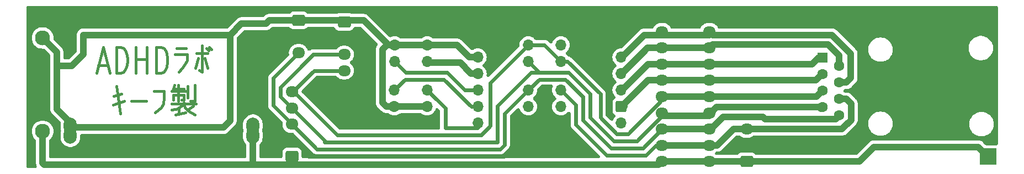
<source format=gtl>
%TF.GenerationSoftware,KiCad,Pcbnew,8.0.4-8.0.4-0~ubuntu24.04.1*%
%TF.CreationDate,2024-08-12T20:02:09+03:00*%
%TF.ProjectId,breakboard,62726561-6b62-46f6-9172-642e6b696361,rev?*%
%TF.SameCoordinates,Original*%
%TF.FileFunction,Copper,L1,Top*%
%TF.FilePolarity,Positive*%
%FSLAX46Y46*%
G04 Gerber Fmt 4.6, Leading zero omitted, Abs format (unit mm)*
G04 Created by KiCad (PCBNEW 8.0.4-8.0.4-0~ubuntu24.04.1) date 2024-08-12 20:02:09*
%MOMM*%
%LPD*%
G01*
G04 APERTURE LIST*
G04 Aperture macros list*
%AMRoundRect*
0 Rectangle with rounded corners*
0 $1 Rounding radius*
0 $2 $3 $4 $5 $6 $7 $8 $9 X,Y pos of 4 corners*
0 Add a 4 corners polygon primitive as box body*
4,1,4,$2,$3,$4,$5,$6,$7,$8,$9,$2,$3,0*
0 Add four circle primitives for the rounded corners*
1,1,$1+$1,$2,$3*
1,1,$1+$1,$4,$5*
1,1,$1+$1,$6,$7*
1,1,$1+$1,$8,$9*
0 Add four rect primitives between the rounded corners*
20,1,$1+$1,$2,$3,$4,$5,0*
20,1,$1+$1,$4,$5,$6,$7,0*
20,1,$1+$1,$6,$7,$8,$9,0*
20,1,$1+$1,$8,$9,$2,$3,0*%
G04 Aperture macros list end*
%ADD10C,0.400000*%
%TA.AperFunction,NonConductor*%
%ADD11C,0.400000*%
%TD*%
%TA.AperFunction,ComponentPad*%
%ADD12O,2.000000X2.500000*%
%TD*%
%TA.AperFunction,SMDPad,CuDef*%
%ADD13R,2.500000X2.500000*%
%TD*%
%TA.AperFunction,ComponentPad*%
%ADD14R,1.700000X1.700000*%
%TD*%
%TA.AperFunction,ComponentPad*%
%ADD15O,1.700000X1.700000*%
%TD*%
%TA.AperFunction,ComponentPad*%
%ADD16O,1.950000X1.700000*%
%TD*%
%TA.AperFunction,ComponentPad*%
%ADD17RoundRect,0.250000X-0.725000X0.600000X-0.725000X-0.600000X0.725000X-0.600000X0.725000X0.600000X0*%
%TD*%
%TA.AperFunction,ComponentPad*%
%ADD18RoundRect,0.250000X-0.600000X-0.600000X0.600000X-0.600000X0.600000X0.600000X-0.600000X0.600000X0*%
%TD*%
%TA.AperFunction,ComponentPad*%
%ADD19RoundRect,0.250000X0.725000X-0.600000X0.725000X0.600000X-0.725000X0.600000X-0.725000X-0.600000X0*%
%TD*%
%TA.AperFunction,ComponentPad*%
%ADD20RoundRect,0.248000X0.552000X-0.552000X0.552000X0.552000X-0.552000X0.552000X-0.552000X-0.552000X0*%
%TD*%
%TA.AperFunction,ComponentPad*%
%ADD21C,1.600000*%
%TD*%
%TA.AperFunction,ComponentPad*%
%ADD22C,2.200000*%
%TD*%
%TA.AperFunction,ComponentPad*%
%ADD23C,2.300000*%
%TD*%
%TA.AperFunction,ComponentPad*%
%ADD24RoundRect,0.250000X0.900000X-0.900000X0.900000X0.900000X-0.900000X0.900000X-0.900000X-0.900000X0*%
%TD*%
%TA.AperFunction,Conductor*%
%ADD25C,0.600000*%
%TD*%
%TA.AperFunction,Conductor*%
%ADD26C,1.000000*%
%TD*%
G04 APERTURE END LIST*
D10*
D11*
X89571428Y-72466931D02*
X91000000Y-72466931D01*
X89285714Y-73609788D02*
X90285714Y-69609788D01*
X90285714Y-69609788D02*
X91285714Y-73609788D01*
X92285714Y-73609788D02*
X92285714Y-69609788D01*
X92285714Y-69609788D02*
X93000000Y-69609788D01*
X93000000Y-69609788D02*
X93428571Y-69800264D01*
X93428571Y-69800264D02*
X93714286Y-70181216D01*
X93714286Y-70181216D02*
X93857143Y-70562169D01*
X93857143Y-70562169D02*
X94000000Y-71324073D01*
X94000000Y-71324073D02*
X94000000Y-71895502D01*
X94000000Y-71895502D02*
X93857143Y-72657407D01*
X93857143Y-72657407D02*
X93714286Y-73038359D01*
X93714286Y-73038359D02*
X93428571Y-73419312D01*
X93428571Y-73419312D02*
X93000000Y-73609788D01*
X93000000Y-73609788D02*
X92285714Y-73609788D01*
X95285714Y-73609788D02*
X95285714Y-69609788D01*
X95285714Y-71514550D02*
X97000000Y-71514550D01*
X97000000Y-73609788D02*
X97000000Y-69609788D01*
X98428571Y-73609788D02*
X98428571Y-69609788D01*
X98428571Y-69609788D02*
X99142857Y-69609788D01*
X99142857Y-69609788D02*
X99571428Y-69800264D01*
X99571428Y-69800264D02*
X99857143Y-70181216D01*
X99857143Y-70181216D02*
X100000000Y-70562169D01*
X100000000Y-70562169D02*
X100142857Y-71324073D01*
X100142857Y-71324073D02*
X100142857Y-71895502D01*
X100142857Y-71895502D02*
X100000000Y-72657407D01*
X100000000Y-72657407D02*
X99857143Y-73038359D01*
X99857143Y-73038359D02*
X99571428Y-73419312D01*
X99571428Y-73419312D02*
X99142857Y-73609788D01*
X99142857Y-73609788D02*
X98428571Y-73609788D01*
X101571428Y-69800264D02*
X103000000Y-69800264D01*
X101285714Y-70752645D02*
X103142857Y-70752645D01*
X103142857Y-70752645D02*
X103142857Y-71705026D01*
X103142857Y-71705026D02*
X102857143Y-72276454D01*
X102857143Y-72276454D02*
X102428571Y-72847883D01*
X102428571Y-72847883D02*
X101857143Y-73419312D01*
X104571428Y-70562169D02*
X106285714Y-70562169D01*
X105428571Y-69419312D02*
X105428571Y-73419312D01*
X105428571Y-73419312D02*
X105000000Y-73228835D01*
X105857143Y-71324073D02*
X106285714Y-72847883D01*
X104857143Y-71324073D02*
X104714285Y-71895502D01*
X104714285Y-71895502D02*
X104571428Y-72276454D01*
X104571428Y-72276454D02*
X104428571Y-72847883D01*
X106142857Y-69800264D02*
X106428571Y-70181216D01*
X106571428Y-69609788D02*
X106857143Y-69990740D01*
X91928571Y-77192421D02*
X93071429Y-76811468D01*
X91785714Y-78525754D02*
X93500000Y-77954326D01*
X92357143Y-75668611D02*
X92928571Y-79859088D01*
X94642857Y-77954326D02*
X96928571Y-77954326D01*
X98071428Y-76430516D02*
X99642857Y-76430516D01*
X99642857Y-76430516D02*
X99642857Y-77382897D01*
X99642857Y-77382897D02*
X99500000Y-78335278D01*
X99500000Y-78335278D02*
X99214285Y-78906707D01*
X99214285Y-78906707D02*
X98785714Y-79287659D01*
X98785714Y-79287659D02*
X98214285Y-79668611D01*
X101071428Y-76049564D02*
X102642857Y-76049564D01*
X100785714Y-76430516D02*
X102928571Y-76430516D01*
X102357142Y-77763849D02*
X102642857Y-77763849D01*
X103642857Y-77954326D02*
X104214285Y-77954326D01*
X100785714Y-78335278D02*
X104500000Y-78335278D01*
X101071428Y-77001945D02*
X101071428Y-77763849D01*
X101785714Y-75478135D02*
X101785714Y-77954326D01*
X101928571Y-78906707D02*
X101928571Y-79859088D01*
X101071428Y-77001945D02*
X102642857Y-77001945D01*
X102642857Y-77001945D02*
X102642857Y-77763849D01*
X103214285Y-75668611D02*
X103214285Y-77382897D01*
X104357142Y-75478135D02*
X104357142Y-77954326D01*
X102642857Y-78144802D02*
X102785714Y-78906707D01*
X102785714Y-78906707D02*
X103357142Y-79478135D01*
X103357142Y-79478135D02*
X104357142Y-80049564D01*
X101214285Y-75478135D02*
X100928571Y-76240040D01*
X104071428Y-78716230D02*
X103214285Y-79287659D01*
X102642857Y-78335278D02*
X101785714Y-79097183D01*
X101785714Y-79097183D02*
X100785714Y-79287659D01*
X102928571Y-79668611D02*
X101357142Y-80049564D01*
D12*
%TO.P,Mini360,1,IN-*%
%TO.N,GND*%
X113250000Y-69878436D03*
X113250000Y-68250000D03*
%TO.P,Mini360,2,IN+*%
%TO.N,12V*%
X113250000Y-83250000D03*
X113250000Y-81750000D03*
%TO.P,Mini360,3,OUT-*%
%TO.N,GND*%
X85180000Y-69750000D03*
X85180000Y-68250000D03*
%TO.P,Mini360,4,OUT+*%
%TO.N,5V*%
X85250000Y-83250000D03*
X85250000Y-81750000D03*
%TD*%
D13*
%TO.P,J5,1,Pin_1*%
%TO.N,12V*%
X226000000Y-86500000D03*
%TD*%
D14*
%TO.P,Srv6,1,GND*%
%TO.N,GND*%
X155500000Y-66750000D03*
D15*
%TO.P,Srv6,2,5v*%
%TO.N,RX1*%
X155500000Y-69290000D03*
%TO.P,Srv6,3,PWM*%
%TO.N,RX2*%
X155500000Y-71830000D03*
%TD*%
D14*
%TO.P,Srv4,1,GND*%
%TO.N,GND*%
X139950000Y-81330000D03*
D15*
%TO.P,Srv4,2,5v*%
%TO.N,5V*%
X139950000Y-78790000D03*
%TO.P,Srv4,3,PWM*%
%TO.N,OUT4*%
X139950000Y-76250000D03*
%TD*%
D16*
%TO.P,IN2,10,Pin_10*%
%TO.N,12V*%
X176000000Y-87250000D03*
%TO.P,IN2,9,Pin_9*%
%TO.N,RX4*%
X176000000Y-84750000D03*
%TO.P,IN2,8,Pin_8*%
%TO.N,RX3*%
X176000000Y-82250000D03*
%TO.P,IN2,7,Pin_7*%
%TO.N,RX2*%
X176000000Y-79750000D03*
%TO.P,IN2,6,Pin_6*%
%TO.N,RX1*%
X176000000Y-77250000D03*
%TO.P,IN2,5,Pin_5*%
%TO.N,IN4*%
X176000000Y-74750000D03*
%TO.P,IN2,4,Pin_4*%
%TO.N,IN3*%
X176000000Y-72250000D03*
%TO.P,IN2,3,Pin_3*%
%TO.N,IN2*%
X176000000Y-69750000D03*
%TO.P,IN2,2,Pin_2*%
%TO.N,IN1*%
X176000000Y-67250000D03*
D17*
%TO.P,IN2,1,Pin_1*%
%TO.N,GND*%
X176000000Y-64750000D03*
%TD*%
D15*
%TO.P,Opto1,12,OUT4*%
%TO.N,OUT4*%
X147750000Y-81330000D03*
%TO.P,Opto1,11,OUT3*%
%TO.N,OUT3*%
X147750000Y-78790000D03*
%TO.P,Opto1,10,OUT2*%
%TO.N,OUT2*%
X147750000Y-76250000D03*
%TO.P,Opto1,9,OUT1*%
%TO.N,OUT1*%
X147750000Y-73710000D03*
%TO.P,Opto1,8,HVCC*%
%TO.N,5V*%
X147750000Y-71170000D03*
D14*
%TO.P,Opto1,7,GND*%
%TO.N,GND*%
X147750000Y-68630000D03*
D15*
%TO.P,Opto1,6,NC*%
%TO.N,unconnected-(Opto1-NC-Pad6)*%
X169750000Y-81330000D03*
D18*
%TO.P,Opto1,5,IN4*%
%TO.N,IN4*%
X169750000Y-78790000D03*
D15*
%TO.P,Opto1,4,IN3*%
%TO.N,IN3*%
X169750000Y-76250000D03*
%TO.P,Opto1,3,IN2*%
%TO.N,IN2*%
X169750000Y-73710000D03*
%TO.P,Opto1,2,IN1*%
%TO.N,IN1*%
X169750000Y-71170000D03*
%TO.P,Opto1,1,GND*%
%TO.N,GND*%
X169750000Y-68630000D03*
%TD*%
D19*
%TO.P,J2,1,Pin_1*%
%TO.N,12V*%
X119250000Y-86500000D03*
D16*
%TO.P,J2,2,Pin_2*%
%TO.N,GND*%
X119250000Y-84000000D03*
%TO.P,J2,3,Pin_3*%
%TO.N,RX3*%
X119250000Y-81500000D03*
%TO.P,J2,4,Pin_4*%
%TO.N,RX2*%
X119250000Y-79000000D03*
%TO.P,J2,5,Pin_5*%
%TO.N,RX1*%
X119250000Y-76500000D03*
%TD*%
D14*
%TO.P,Srv5,1,GND*%
%TO.N,GND*%
X160500000Y-66750000D03*
D15*
%TO.P,Srv5,2,5v*%
%TO.N,5V*%
X160500000Y-69290000D03*
%TO.P,Srv5,3,PWM*%
%TO.N,RX1*%
X160500000Y-71830000D03*
%TD*%
D14*
%TO.P,Srv1,1,GND*%
%TO.N,GND*%
X140000000Y-66750000D03*
D15*
%TO.P,Srv1,2,5v*%
%TO.N,5V*%
X140000000Y-69290000D03*
%TO.P,Srv1,3,PWM*%
%TO.N,OUT1*%
X140000000Y-71830000D03*
%TD*%
D14*
%TO.P,Srv3,1,GND*%
%TO.N,GND*%
X134950000Y-81330000D03*
D15*
%TO.P,Srv3,2,5v*%
%TO.N,5V*%
X134950000Y-78790000D03*
%TO.P,Srv3,3,PWM*%
%TO.N,OUT3*%
X134950000Y-76250000D03*
%TD*%
D16*
%TO.P,IN1,10,Pin_10*%
%TO.N,12V*%
X183250000Y-87250000D03*
%TO.P,IN1,9,Pin_9*%
%TO.N,RX4*%
X183250000Y-84750000D03*
%TO.P,IN1,8,Pin_8*%
%TO.N,RX3*%
X183250000Y-82250000D03*
%TO.P,IN1,7,Pin_7*%
%TO.N,RX2*%
X183250000Y-79750000D03*
%TO.P,IN1,6,Pin_6*%
%TO.N,RX1*%
X183250000Y-77250000D03*
%TO.P,IN1,5,Pin_5*%
%TO.N,IN4*%
X183250000Y-74750000D03*
%TO.P,IN1,4,Pin_4*%
%TO.N,IN3*%
X183250000Y-72250000D03*
%TO.P,IN1,3,Pin_3*%
%TO.N,IN2*%
X183250000Y-69750000D03*
%TO.P,IN1,2,Pin_2*%
%TO.N,IN1*%
X183250000Y-67250000D03*
D17*
%TO.P,IN1,1,Pin_1*%
%TO.N,GND*%
X183250000Y-64750000D03*
%TD*%
D20*
%TO.P,RJ45,1*%
%TO.N,IN3*%
X200610000Y-71270000D03*
D21*
%TO.P,RJ45,2*%
%TO.N,IN2*%
X203150000Y-72540000D03*
%TO.P,RJ45,3*%
%TO.N,IN4*%
X200610000Y-73810000D03*
%TO.P,RJ45,4*%
%TO.N,IN1*%
X203150000Y-75080000D03*
%TO.P,RJ45,5*%
%TO.N,RX1*%
X200610000Y-76350000D03*
%TO.P,RJ45,6*%
%TO.N,RX4*%
X203150000Y-77620000D03*
%TO.P,RJ45,7*%
%TO.N,RX2*%
X200610000Y-78890000D03*
%TO.P,RJ45,8*%
%TO.N,RX3*%
X203150000Y-80160000D03*
D22*
%TO.P,RJ45,SH*%
%TO.N,GND*%
X206450000Y-67815000D03*
X206450000Y-83615000D03*
%TD*%
D23*
%TO.P,J8,1,Pin_1*%
%TO.N,12V*%
X81000000Y-82600000D03*
D24*
%TO.P,J8,2,Pin_2*%
%TO.N,GND*%
X81000000Y-77800000D03*
%TO.P,J8,3,Pin_3*%
X81000000Y-73000000D03*
D23*
%TO.P,J8,4,Pin_4*%
%TO.N,5V*%
X81000000Y-68200000D03*
%TD*%
D14*
%TO.P,Srv2,1,GND*%
%TO.N,GND*%
X135000000Y-66750000D03*
D15*
%TO.P,Srv2,2,5v*%
%TO.N,5V*%
X135000000Y-69290000D03*
%TO.P,Srv2,3,PWM*%
%TO.N,OUT2*%
X135000000Y-71830000D03*
%TD*%
D19*
%TO.P,J3,1,Pin_1*%
%TO.N,12V*%
X188975000Y-87250000D03*
D16*
%TO.P,J3,2,Pin_2*%
%TO.N,GND*%
X188975000Y-84750000D03*
%TO.P,J3,3,Pin_3*%
%TO.N,RX4*%
X188975000Y-82250000D03*
%TD*%
D13*
%TO.P,J6,1,Pin_1*%
%TO.N,GND*%
X225750000Y-65000000D03*
%TD*%
%TO.P,,1,Pin_1*%
%TO.N,12V*%
X226000000Y-86500000D03*
%TD*%
D17*
%TO.P,J4,1,Pin_1*%
%TO.N,5V*%
X120250000Y-65500000D03*
D16*
%TO.P,J4,2,Pin_2*%
%TO.N,GND*%
X120250000Y-68000000D03*
%TO.P,J4,3,Pin_3*%
%TO.N,RX3*%
X120250000Y-70500000D03*
%TD*%
D17*
%TO.P,J1,1,Pin_1*%
%TO.N,5V*%
X127250000Y-65750000D03*
D16*
%TO.P,J1,2,Pin_2*%
%TO.N,GND*%
X127250000Y-68250000D03*
%TO.P,J1,3,Pin_3*%
%TO.N,RX2*%
X127250000Y-70750000D03*
%TO.P,J1,4,Pin_4*%
%TO.N,RX1*%
X127250000Y-73250000D03*
%TD*%
D15*
%TO.P,Srv7,3,PWM*%
%TO.N,RX3*%
X155500000Y-76250000D03*
%TO.P,Srv7,2,5v*%
%TO.N,unconnected-(Srv7-5v-Pad2)*%
X155500000Y-78790000D03*
D14*
%TO.P,Srv7,1,GND*%
%TO.N,GND*%
X155500000Y-81330000D03*
%TD*%
%TO.P,Srv8,1,GND*%
%TO.N,GND*%
X160500000Y-81330000D03*
D15*
%TO.P,Srv8,2,5v*%
%TO.N,unconnected-(Srv8-5v-Pad2)*%
X160500000Y-78790000D03*
%TO.P,Srv8,3,PWM*%
%TO.N,RX4*%
X160500000Y-76250000D03*
%TD*%
D25*
%TO.N,RX1*%
X155500000Y-69290000D02*
X157960000Y-69290000D01*
X157960000Y-69290000D02*
X160500000Y-71830000D01*
X148263453Y-83150000D02*
X149650000Y-81763453D01*
X149650000Y-81763453D02*
X149650000Y-75140000D01*
X149650000Y-75140000D02*
X155500000Y-69290000D01*
%TO.N,RX2*%
X150750000Y-84250000D02*
X150750000Y-78666547D01*
X150750000Y-78666547D02*
X155916547Y-73500000D01*
X155916547Y-73500000D02*
X157170000Y-73500000D01*
%TO.N,RX3*%
X155500000Y-76250000D02*
X151850000Y-79900000D01*
X151850000Y-79900000D02*
X151850000Y-84705635D01*
X151205635Y-85350000D02*
X123100000Y-85350000D01*
X151850000Y-84705635D02*
X151205635Y-85350000D01*
X123100000Y-85350000D02*
X119250000Y-81500000D01*
%TO.N,RX4*%
X176000000Y-84750000D02*
X175055634Y-84750000D01*
X175055634Y-84750000D02*
X173525634Y-86280000D01*
X173525634Y-86280000D02*
X167500000Y-86280000D01*
X167500000Y-86280000D02*
X162772183Y-81552183D01*
X162772183Y-81552183D02*
X162772183Y-78522183D01*
X162772183Y-78522183D02*
X160500000Y-76250000D01*
%TO.N,RX1*%
X160500000Y-71830000D02*
X161524722Y-71830000D01*
X161524722Y-71830000D02*
X166543274Y-76848552D01*
X166543274Y-76848552D02*
X166543274Y-80456726D01*
%TO.N,RX2*%
X155500000Y-71830000D02*
X157170000Y-73500000D01*
X164972183Y-76833096D02*
X164972183Y-80441271D01*
X157170000Y-73500000D02*
X161639087Y-73500000D01*
X161639087Y-73500000D02*
X164972183Y-76833096D01*
%TO.N,RX3*%
X155500000Y-76250000D02*
X157150000Y-74600000D01*
X161183453Y-74600000D02*
X163872183Y-77288730D01*
X157150000Y-74600000D02*
X161183453Y-74600000D01*
X163872183Y-77288730D02*
X163872183Y-80896906D01*
%TO.N,GND*%
X151750000Y-86450000D02*
X121750000Y-86450000D01*
X151800000Y-86450000D02*
X151750000Y-86450000D01*
%TO.N,RX3*%
X176000000Y-82250000D02*
X173070000Y-85180000D01*
X173070000Y-85180000D02*
X168155277Y-85180000D01*
X168155277Y-85180000D02*
X163872183Y-80896906D01*
%TO.N,RX2*%
X168610912Y-84080000D02*
X164972183Y-80441271D01*
D26*
%TO.N,5V*%
X147750000Y-71170000D02*
X146420000Y-71170000D01*
X146420000Y-71170000D02*
X144540000Y-69290000D01*
X144540000Y-69290000D02*
X140000000Y-69290000D01*
D25*
%TO.N,OUT4*%
X147750000Y-81330000D02*
X147750000Y-82000000D01*
X147750000Y-82000000D02*
X147700000Y-82050000D01*
X147700000Y-82050000D02*
X142750000Y-82050000D01*
X142750000Y-82050000D02*
X142750000Y-79050000D01*
X142750000Y-79050000D02*
X139950000Y-76250000D01*
D26*
%TO.N,5V*%
X135000000Y-69290000D02*
X133797919Y-69290000D01*
X133797919Y-69290000D02*
X133100000Y-69987919D01*
X133100000Y-69987919D02*
X133100000Y-78142081D01*
X133100000Y-78142081D02*
X133747919Y-78790000D01*
X133747919Y-78790000D02*
X134950000Y-78790000D01*
X135000000Y-69290000D02*
X140000000Y-69290000D01*
X120250000Y-65500000D02*
X130250000Y-65500000D01*
X130250000Y-65500000D02*
X134040000Y-69290000D01*
X134040000Y-69290000D02*
X135000000Y-69290000D01*
D25*
%TO.N,RX2*%
X117475000Y-75775000D02*
X120500000Y-72750000D01*
X127250000Y-70750000D02*
X122500000Y-70750000D01*
X122500000Y-70750000D02*
X120500000Y-72750000D01*
%TO.N,RX1*%
X127250000Y-73250000D02*
X122625000Y-73250000D01*
X119375000Y-76500000D02*
X119250000Y-76500000D01*
X122625000Y-73250000D02*
X119375000Y-76500000D01*
D26*
%TO.N,RX3*%
X183250000Y-82250000D02*
X176000000Y-82250000D01*
X203150000Y-80160000D02*
X202620000Y-80690000D01*
X191790000Y-80690000D02*
X191490000Y-80390000D01*
X202620000Y-80690000D02*
X191790000Y-80690000D01*
X191490000Y-80390000D02*
X185351295Y-80390000D01*
X185351295Y-80390000D02*
X183491295Y-82250000D01*
X183491295Y-82250000D02*
X183250000Y-82250000D01*
%TO.N,IN2*%
X176000000Y-69750000D02*
X173786296Y-69750000D01*
X173786296Y-69750000D02*
X169826296Y-73710000D01*
X169826296Y-73710000D02*
X169750000Y-73710000D01*
X183250000Y-69750000D02*
X176000000Y-69750000D01*
X203150000Y-72540000D02*
X203150000Y-70934190D01*
X203150000Y-70934190D02*
X201465810Y-69250000D01*
X201465810Y-69250000D02*
X183750000Y-69250000D01*
X183750000Y-69250000D02*
X183250000Y-69750000D01*
%TO.N,12V*%
X119000000Y-87750000D02*
X175500000Y-87750000D01*
X175500000Y-87750000D02*
X176000000Y-87250000D01*
X183250000Y-87250000D02*
X188975000Y-87250000D01*
D25*
%TO.N,RX3*%
X119250000Y-81500000D02*
X116375000Y-78625000D01*
X116375000Y-78625000D02*
X116375000Y-74375000D01*
X116375000Y-74375000D02*
X120250000Y-70500000D01*
%TO.N,RX2*%
X119250000Y-79000000D02*
X117475000Y-77225000D01*
X117475000Y-77225000D02*
X117475000Y-75775000D01*
X150750000Y-84250000D02*
X124250000Y-84250000D01*
X119250000Y-79000000D02*
X124250000Y-84000000D01*
X124250000Y-84000000D02*
X124250000Y-84250000D01*
%TO.N,GND*%
X121750000Y-86183148D02*
X119566852Y-84000000D01*
X121750000Y-86450000D02*
X121750000Y-86183148D01*
X119566852Y-84000000D02*
X119250000Y-84000000D01*
D26*
%TO.N,12V*%
X119250000Y-86500000D02*
X119250000Y-87500000D01*
X119000000Y-87750000D02*
X113000000Y-87750000D01*
X119250000Y-87500000D02*
X119000000Y-87750000D01*
%TO.N,RX4*%
X205000000Y-80855585D02*
X203605585Y-82250000D01*
X203605585Y-82250000D02*
X188975000Y-82250000D01*
X204177792Y-81677792D02*
X203605584Y-82250000D01*
%TO.N,IN1*%
X203150000Y-75080000D02*
X204281370Y-75080000D01*
X204281370Y-75080000D02*
X204950000Y-74411370D01*
X204950000Y-74411370D02*
X204950000Y-70612870D01*
X204950000Y-70612870D02*
X202087130Y-67750000D01*
X202087130Y-67750000D02*
X183750000Y-67750000D01*
X183750000Y-67750000D02*
X183250000Y-67250000D01*
%TO.N,IN3*%
X200610000Y-71270000D02*
X200000000Y-71270000D01*
X200000000Y-71270000D02*
X199020000Y-72250000D01*
X199020000Y-72250000D02*
X183250000Y-72250000D01*
%TO.N,IN4*%
X200610000Y-73810000D02*
X200500000Y-73810000D01*
X200500000Y-73810000D02*
X199560000Y-74750000D01*
X199560000Y-74750000D02*
X183250000Y-74750000D01*
%TO.N,RX1*%
X200610000Y-76350000D02*
X199710000Y-77250000D01*
X199710000Y-77250000D02*
X183250000Y-77250000D01*
%TO.N,RX2*%
X200610000Y-78890000D02*
X184351295Y-78890000D01*
X184351295Y-78890000D02*
X183491295Y-79750000D01*
X183491295Y-79750000D02*
X183250000Y-79750000D01*
%TO.N,RX4*%
X186720000Y-82470000D02*
X184440000Y-84750000D01*
X189000000Y-82250000D02*
X186940000Y-82250000D01*
X186940000Y-82250000D02*
X186720000Y-82470000D01*
%TO.N,5V*%
X115250000Y-66000000D02*
X115750000Y-65500000D01*
X115750000Y-65500000D02*
X120250000Y-65500000D01*
X109750000Y-67750000D02*
X111500000Y-66000000D01*
X111500000Y-66000000D02*
X115250000Y-66000000D01*
%TO.N,RX4*%
X203150000Y-77620000D02*
X204281370Y-77620000D01*
X204281370Y-77620000D02*
X205000000Y-78338630D01*
X205000000Y-78338630D02*
X205000000Y-80855585D01*
X205000000Y-80855585D02*
X204177792Y-81677792D01*
X204177792Y-81677792D02*
X203665584Y-82190000D01*
X184440000Y-84750000D02*
X183250000Y-84750000D01*
%TO.N,IN3*%
X176000000Y-72250000D02*
X173851296Y-72250000D01*
X173851296Y-72250000D02*
X169851296Y-76250000D01*
X169851296Y-76250000D02*
X169775000Y-76250000D01*
X183250000Y-72250000D02*
X176000000Y-72250000D01*
X197520000Y-72250000D02*
X190000000Y-72250000D01*
%TO.N,IN4*%
X198600000Y-74750000D02*
X190000000Y-74750000D01*
%TO.N,RX2*%
X200610000Y-78890000D02*
X200400000Y-79100000D01*
%TO.N,RX1*%
X183250000Y-77250000D02*
X176000000Y-77250000D01*
%TO.N,IN4*%
X176000000Y-74750000D02*
X173866296Y-74750000D01*
X173866296Y-74750000D02*
X169826296Y-78790000D01*
X169826296Y-78790000D02*
X169750000Y-78790000D01*
X183250000Y-74750000D02*
X176000000Y-74750000D01*
D25*
%TO.N,GND*%
X206450000Y-83615000D02*
X206950000Y-83115000D01*
D26*
%TO.N,IN4*%
X170210000Y-78790000D02*
X169775000Y-78790000D01*
%TO.N,IN1*%
X169851296Y-71170000D02*
X169775000Y-71170000D01*
X183250000Y-67750000D02*
X176000000Y-67750000D01*
X176000000Y-67750000D02*
X173271296Y-67750000D01*
X173271296Y-67750000D02*
X169851296Y-71170000D01*
%TO.N,IN2*%
X173311296Y-70250000D02*
X169851296Y-73710000D01*
X169775000Y-73710000D02*
X169851296Y-73710000D01*
%TO.N,5V*%
X83180000Y-72500000D02*
X83180000Y-70380000D01*
X109750000Y-67750000D02*
X87250000Y-67750000D01*
X85508427Y-72500000D02*
X83180000Y-72500000D01*
X109750000Y-80988170D02*
X109750000Y-72500000D01*
X83180000Y-79180000D02*
X85250000Y-81250000D01*
X87250000Y-70758427D02*
X85508427Y-72500000D01*
X83180000Y-75180000D02*
X83180000Y-73500000D01*
X85508247Y-82008247D02*
X108729923Y-82008247D01*
X85250000Y-81750000D02*
X85508247Y-82008247D01*
X85250000Y-81750000D02*
X85250000Y-83250000D01*
X108729923Y-82008247D02*
X109750000Y-80988170D01*
X83180000Y-73500000D02*
X83180000Y-79180000D01*
X87250000Y-67750000D02*
X87250000Y-70758427D01*
X134950000Y-78790000D02*
X139950000Y-78790000D01*
X85250000Y-81250000D02*
X85250000Y-81750000D01*
X83180000Y-70380000D02*
X81000000Y-68200000D01*
X83180000Y-73500000D02*
X83180000Y-72500000D01*
X109750000Y-72500000D02*
X109750000Y-67750000D01*
%TO.N,12V*%
X81000000Y-82600000D02*
X81000000Y-87500000D01*
X81000000Y-87500000D02*
X81250000Y-87750000D01*
X113250000Y-87500000D02*
X113250000Y-81477500D01*
X81250000Y-87750000D02*
X113000000Y-87750000D01*
X226000000Y-86500000D02*
X224500000Y-85000000D01*
X206250000Y-87250000D02*
X190000000Y-87250000D01*
X208500000Y-85000000D02*
X206250000Y-87250000D01*
X224500000Y-85000000D02*
X208500000Y-85000000D01*
X113000000Y-87750000D02*
X113250000Y-87500000D01*
X183250000Y-87250000D02*
X176000000Y-87250000D01*
D25*
%TO.N,OUT2*%
X143190000Y-73690000D02*
X145750000Y-76250000D01*
X136670000Y-73500000D02*
X135000000Y-71830000D01*
X143000001Y-73500000D02*
X136670000Y-73500000D01*
X143190000Y-73690000D02*
X143000001Y-73500000D01*
X145750000Y-76250000D02*
X147750000Y-76250000D01*
D26*
%TO.N,OUT1*%
X146710000Y-73710000D02*
X147750000Y-73710000D01*
X140000000Y-72040000D02*
X145040000Y-72040000D01*
X145040000Y-72040000D02*
X146710000Y-73710000D01*
D25*
%TO.N,OUT3*%
X147750000Y-78790000D02*
X146734366Y-78790000D01*
X142544366Y-74600000D02*
X136600000Y-74600000D01*
X136600000Y-74600000D02*
X134950000Y-76250000D01*
X146734366Y-78790000D02*
X142544366Y-74600000D01*
%TO.N,OUT4*%
X141255634Y-77555634D02*
X139950000Y-76250000D01*
X147718732Y-81330000D02*
X147750000Y-81330000D01*
%TO.N,RX2*%
X176000000Y-80250000D02*
X172170000Y-84080000D01*
X168610912Y-84080000D02*
X168750000Y-84080000D01*
X172170000Y-84080000D02*
X168610912Y-84080000D01*
D26*
X183250000Y-80250000D02*
X176000000Y-80250000D01*
D25*
%TO.N,RX1*%
X170770000Y-82980000D02*
X176000000Y-77750000D01*
D26*
%TO.N,RX4*%
X183250000Y-84750000D02*
X176000000Y-84750000D01*
D25*
%TO.N,RX1*%
X169066547Y-82980000D02*
X170770000Y-82980000D01*
X169066547Y-82980000D02*
X166543274Y-80456726D01*
X148263453Y-83150000D02*
X126150000Y-83150000D01*
X119500000Y-76500000D02*
X119250000Y-76500000D01*
X126150000Y-83150000D02*
X119500000Y-76500000D01*
%TD*%
%TA.AperFunction,Conductor*%
%TO.N,GND*%
G36*
X227345788Y-63269454D02*
G01*
X227426570Y-63323430D01*
X227480546Y-63404212D01*
X227499500Y-63499500D01*
X227499500Y-84500500D01*
X227480546Y-84595788D01*
X227426570Y-84676570D01*
X227345788Y-84730546D01*
X227250500Y-84749500D01*
X225767560Y-84749500D01*
X225672272Y-84730546D01*
X225591490Y-84676570D01*
X225277140Y-84362220D01*
X225277139Y-84362218D01*
X225137782Y-84222861D01*
X225137776Y-84222857D01*
X224973914Y-84113368D01*
X224973909Y-84113365D01*
X224883669Y-84075987D01*
X224845165Y-84060038D01*
X224791836Y-84037949D01*
X224791834Y-84037948D01*
X224684027Y-84016503D01*
X224684020Y-84016503D01*
X224598541Y-83999500D01*
X224598539Y-83999500D01*
X208610849Y-83999500D01*
X208610829Y-83999499D01*
X208598541Y-83999499D01*
X208401460Y-83999499D01*
X208401455Y-83999499D01*
X208208168Y-84037946D01*
X208208165Y-84037947D01*
X208026090Y-84113365D01*
X208026085Y-84113368D01*
X207862222Y-84222857D01*
X207862219Y-84222859D01*
X207862219Y-84222860D01*
X206869156Y-85215924D01*
X205908510Y-86176570D01*
X205827728Y-86230546D01*
X205732440Y-86249500D01*
X190464008Y-86249500D01*
X190368720Y-86230546D01*
X190287939Y-86176570D01*
X190168656Y-86057288D01*
X190076587Y-86000500D01*
X190019334Y-85965186D01*
X190019332Y-85965185D01*
X190019330Y-85965184D01*
X190019332Y-85965184D01*
X189852802Y-85910002D01*
X189852798Y-85910001D01*
X189852797Y-85910001D01*
X189750009Y-85899500D01*
X189750005Y-85899500D01*
X188199993Y-85899500D01*
X188097199Y-85910001D01*
X187930667Y-85965185D01*
X187781343Y-86057288D01*
X187662061Y-86176570D01*
X187581279Y-86230546D01*
X187485992Y-86249500D01*
X184376443Y-86249500D01*
X184281155Y-86230546D01*
X184230197Y-86202027D01*
X184230058Y-86201926D01*
X184229505Y-86201524D01*
X184163519Y-86130221D01*
X184129841Y-86039090D01*
X184133601Y-85942007D01*
X184174227Y-85853754D01*
X184229505Y-85798475D01*
X184230197Y-85797972D01*
X184318450Y-85757347D01*
X184376443Y-85750500D01*
X184538541Y-85750500D01*
X184664223Y-85725500D01*
X184731836Y-85712051D01*
X184789871Y-85688012D01*
X184913914Y-85636632D01*
X185077782Y-85527139D01*
X185217139Y-85387782D01*
X185217141Y-85387778D01*
X187281490Y-83323430D01*
X187362272Y-83269454D01*
X187457560Y-83250500D01*
X187848557Y-83250500D01*
X187943845Y-83269454D01*
X187994911Y-83298052D01*
X188142184Y-83405051D01*
X188331588Y-83501557D01*
X188533757Y-83567246D01*
X188607601Y-83578941D01*
X188743703Y-83600499D01*
X188743710Y-83600499D01*
X188743713Y-83600500D01*
X188743716Y-83600500D01*
X189206284Y-83600500D01*
X189206287Y-83600500D01*
X189206290Y-83600499D01*
X189206296Y-83600499D01*
X189305476Y-83584789D01*
X189416243Y-83567246D01*
X189618412Y-83501557D01*
X189807816Y-83405051D01*
X189955087Y-83298053D01*
X190043316Y-83257380D01*
X190101443Y-83250500D01*
X203704126Y-83250500D01*
X203890151Y-83213497D01*
X203890154Y-83213496D01*
X203890158Y-83213496D01*
X203890158Y-83213495D01*
X203897421Y-83212051D01*
X203961052Y-83185694D01*
X204079499Y-83136632D01*
X204243367Y-83027139D01*
X204382724Y-82887782D01*
X204382724Y-82887780D01*
X204403224Y-82867281D01*
X204403225Y-82867278D01*
X205777140Y-81493366D01*
X205886632Y-81329499D01*
X205895921Y-81307073D01*
X207624500Y-81307073D01*
X207624500Y-81552926D01*
X207656590Y-81796673D01*
X207720222Y-82034154D01*
X207814300Y-82261281D01*
X207814308Y-82261297D01*
X207937227Y-82474198D01*
X207937238Y-82474216D01*
X208086891Y-82669247D01*
X208086895Y-82669251D01*
X208086899Y-82669256D01*
X208260744Y-82843101D01*
X208260748Y-82843104D01*
X208260752Y-82843108D01*
X208455783Y-82992761D01*
X208455788Y-82992764D01*
X208455792Y-82992767D01*
X208455801Y-82992772D01*
X208668702Y-83115691D01*
X208668718Y-83115699D01*
X208837703Y-83185694D01*
X208895847Y-83209778D01*
X209133323Y-83273409D01*
X209377073Y-83305500D01*
X209622927Y-83305500D01*
X209866677Y-83273409D01*
X210104153Y-83209778D01*
X210233397Y-83156243D01*
X210331281Y-83115699D01*
X210331286Y-83115696D01*
X210331292Y-83115694D01*
X210544208Y-82992767D01*
X210634570Y-82923430D01*
X210739247Y-82843108D01*
X210739247Y-82843107D01*
X210739256Y-82843101D01*
X210913101Y-82669256D01*
X210924001Y-82655051D01*
X211062761Y-82474216D01*
X211062761Y-82474215D01*
X211062767Y-82474208D01*
X211185694Y-82261292D01*
X211207845Y-82207816D01*
X211226243Y-82163397D01*
X211279778Y-82034153D01*
X211343409Y-81796677D01*
X211375500Y-81552927D01*
X211375500Y-81377073D01*
X223124500Y-81377073D01*
X223124500Y-81622926D01*
X223156590Y-81866673D01*
X223220222Y-82104154D01*
X223314300Y-82331281D01*
X223314308Y-82331297D01*
X223437227Y-82544198D01*
X223437238Y-82544216D01*
X223586891Y-82739247D01*
X223586895Y-82739251D01*
X223586899Y-82739256D01*
X223760744Y-82913101D01*
X223760748Y-82913104D01*
X223760752Y-82913108D01*
X223955783Y-83062761D01*
X223955788Y-83062764D01*
X223955792Y-83062767D01*
X223955801Y-83062772D01*
X224168702Y-83185691D01*
X224168718Y-83185699D01*
X224341694Y-83257347D01*
X224395847Y-83279778D01*
X224633323Y-83343409D01*
X224877073Y-83375500D01*
X225122927Y-83375500D01*
X225366677Y-83343409D01*
X225604153Y-83279778D01*
X225764172Y-83213496D01*
X225831281Y-83185699D01*
X225831286Y-83185696D01*
X225831292Y-83185694D01*
X226044208Y-83062767D01*
X226135442Y-82992761D01*
X226239247Y-82913108D01*
X226239247Y-82913107D01*
X226239256Y-82913101D01*
X226413101Y-82739256D01*
X226477714Y-82655051D01*
X226562761Y-82544216D01*
X226562761Y-82544215D01*
X226562767Y-82544208D01*
X226685694Y-82331292D01*
X226705492Y-82283497D01*
X226736839Y-82207816D01*
X226779778Y-82104153D01*
X226843409Y-81866677D01*
X226875500Y-81622927D01*
X226875500Y-81377073D01*
X226843409Y-81133323D01*
X226779778Y-80895847D01*
X226744548Y-80810794D01*
X226685699Y-80668718D01*
X226685691Y-80668702D01*
X226564388Y-80458600D01*
X226562767Y-80455792D01*
X226562764Y-80455788D01*
X226562761Y-80455783D01*
X226413108Y-80260752D01*
X226413104Y-80260748D01*
X226413101Y-80260744D01*
X226239256Y-80086899D01*
X226239251Y-80086895D01*
X226239247Y-80086891D01*
X226044216Y-79937238D01*
X226044198Y-79937227D01*
X225831297Y-79814308D01*
X225831281Y-79814300D01*
X225604154Y-79720222D01*
X225531482Y-79700750D01*
X225366677Y-79656591D01*
X225366672Y-79656590D01*
X225366675Y-79656590D01*
X225122927Y-79624500D01*
X224877073Y-79624500D01*
X224633326Y-79656590D01*
X224395845Y-79720222D01*
X224168718Y-79814300D01*
X224168702Y-79814308D01*
X223955801Y-79937227D01*
X223955783Y-79937238D01*
X223760752Y-80086891D01*
X223586891Y-80260752D01*
X223437238Y-80455783D01*
X223437227Y-80455801D01*
X223314308Y-80668702D01*
X223314300Y-80668718D01*
X223220222Y-80895845D01*
X223156590Y-81133326D01*
X223124500Y-81377073D01*
X211375500Y-81377073D01*
X211375500Y-81307073D01*
X211343409Y-81063323D01*
X211279778Y-80825847D01*
X211251279Y-80757044D01*
X211185699Y-80598718D01*
X211185691Y-80598702D01*
X211099289Y-80449050D01*
X211062767Y-80385792D01*
X211062764Y-80385788D01*
X211062761Y-80385783D01*
X210913108Y-80190752D01*
X210913104Y-80190748D01*
X210913101Y-80190744D01*
X210739256Y-80016899D01*
X210739251Y-80016895D01*
X210739247Y-80016891D01*
X210544216Y-79867238D01*
X210544198Y-79867227D01*
X210331297Y-79744308D01*
X210331281Y-79744300D01*
X210104154Y-79650222D01*
X210008156Y-79624500D01*
X209866677Y-79586591D01*
X209866672Y-79586590D01*
X209866675Y-79586590D01*
X209622927Y-79554500D01*
X209377073Y-79554500D01*
X209133326Y-79586590D01*
X208895845Y-79650222D01*
X208668718Y-79744300D01*
X208668702Y-79744308D01*
X208455801Y-79867227D01*
X208455783Y-79867238D01*
X208260752Y-80016891D01*
X208086891Y-80190752D01*
X207937238Y-80385783D01*
X207937227Y-80385801D01*
X207814308Y-80598702D01*
X207814300Y-80598718D01*
X207720222Y-80825845D01*
X207656590Y-81063326D01*
X207624500Y-81307073D01*
X205895921Y-81307073D01*
X205962052Y-81147420D01*
X205964856Y-81133326D01*
X206000500Y-80954129D01*
X206000501Y-80954124D01*
X206000501Y-80746771D01*
X206000500Y-80746745D01*
X206000500Y-78240089D01*
X206000499Y-78240086D01*
X205980588Y-78139988D01*
X205976654Y-78120208D01*
X205962051Y-78046794D01*
X205932738Y-77976027D01*
X205886632Y-77864716D01*
X205777139Y-77700848D01*
X205730080Y-77653789D01*
X205637782Y-77561490D01*
X205637782Y-77561491D01*
X205637781Y-77561490D01*
X205637781Y-77561489D01*
X205072705Y-76996415D01*
X205072702Y-76996411D01*
X205072702Y-76996412D01*
X205058510Y-76982220D01*
X205058509Y-76982218D01*
X204919152Y-76842861D01*
X204755284Y-76733368D01*
X204750996Y-76731592D01*
X204594914Y-76666941D01*
X204594908Y-76666938D01*
X204573211Y-76657950D01*
X204573203Y-76657947D01*
X204418887Y-76627252D01*
X204418877Y-76627251D01*
X204379911Y-76619500D01*
X204379909Y-76619500D01*
X204067001Y-76619500D01*
X203971713Y-76600546D01*
X203924184Y-76574471D01*
X203894906Y-76553971D01*
X203827721Y-76483791D01*
X203792507Y-76393242D01*
X203794624Y-76296110D01*
X203833752Y-76207183D01*
X203894906Y-76146029D01*
X203924184Y-76125529D01*
X204013111Y-76086401D01*
X204067001Y-76080500D01*
X204379909Y-76080500D01*
X204379910Y-76080500D01*
X204379911Y-76080500D01*
X204476558Y-76061275D01*
X204573206Y-76042051D01*
X204654212Y-76008497D01*
X204755284Y-75966632D01*
X204919152Y-75857139D01*
X205058509Y-75717782D01*
X205058509Y-75717780D01*
X205079009Y-75697281D01*
X205079010Y-75697278D01*
X205727140Y-75049151D01*
X205836632Y-74885284D01*
X205912052Y-74703205D01*
X205922807Y-74649139D01*
X205950500Y-74509914D01*
X205950501Y-74509909D01*
X205950501Y-74302556D01*
X205950500Y-74302530D01*
X205950500Y-70723719D01*
X205950501Y-70723698D01*
X205950501Y-70514330D01*
X205950500Y-70514325D01*
X205912053Y-70321038D01*
X205912052Y-70321035D01*
X205836634Y-70138960D01*
X205836631Y-70138955D01*
X205833595Y-70134412D01*
X205727140Y-69975089D01*
X205629124Y-69877073D01*
X207624500Y-69877073D01*
X207624500Y-70122926D01*
X207656590Y-70366673D01*
X207720222Y-70604154D01*
X207814300Y-70831281D01*
X207814308Y-70831297D01*
X207937227Y-71044198D01*
X207937238Y-71044216D01*
X208086891Y-71239247D01*
X208086895Y-71239251D01*
X208086899Y-71239256D01*
X208260744Y-71413101D01*
X208260748Y-71413104D01*
X208260752Y-71413108D01*
X208455783Y-71562761D01*
X208455788Y-71562764D01*
X208455792Y-71562767D01*
X208510915Y-71594592D01*
X208668702Y-71685691D01*
X208668718Y-71685699D01*
X208857990Y-71764097D01*
X208895847Y-71779778D01*
X209133323Y-71843409D01*
X209377073Y-71875500D01*
X209622927Y-71875500D01*
X209866677Y-71843409D01*
X210104153Y-71779778D01*
X210233397Y-71726243D01*
X210331281Y-71685699D01*
X210331286Y-71685696D01*
X210331292Y-71685694D01*
X210544208Y-71562767D01*
X210564084Y-71547516D01*
X210739247Y-71413108D01*
X210739247Y-71413107D01*
X210739256Y-71413101D01*
X210913101Y-71239256D01*
X210918407Y-71232341D01*
X211062761Y-71044216D01*
X211062761Y-71044215D01*
X211062767Y-71044208D01*
X211185694Y-70831292D01*
X211190536Y-70819604D01*
X211242060Y-70695212D01*
X211279778Y-70604153D01*
X211343409Y-70366677D01*
X211375500Y-70122927D01*
X211375500Y-69877073D01*
X211344922Y-69644812D01*
X223020127Y-69644812D01*
X223020127Y-69890665D01*
X223051834Y-70131505D01*
X223052218Y-70134416D01*
X223059449Y-70161401D01*
X223115849Y-70371893D01*
X223209927Y-70599020D01*
X223209935Y-70599036D01*
X223332854Y-70811937D01*
X223332865Y-70811955D01*
X223482518Y-71006986D01*
X223482522Y-71006990D01*
X223482526Y-71006995D01*
X223656371Y-71180840D01*
X223656375Y-71180843D01*
X223656379Y-71180847D01*
X223851410Y-71330500D01*
X223851415Y-71330503D01*
X223851419Y-71330506D01*
X223851428Y-71330511D01*
X224064329Y-71453430D01*
X224064345Y-71453438D01*
X224253617Y-71531836D01*
X224291474Y-71547517D01*
X224528950Y-71611148D01*
X224772700Y-71643239D01*
X225018554Y-71643239D01*
X225262304Y-71611148D01*
X225499780Y-71547517D01*
X225629024Y-71493982D01*
X225726908Y-71453438D01*
X225726913Y-71453435D01*
X225726919Y-71453433D01*
X225939835Y-71330506D01*
X226036979Y-71255965D01*
X226134874Y-71180847D01*
X226134874Y-71180846D01*
X226134883Y-71180840D01*
X226308728Y-71006995D01*
X226313712Y-71000500D01*
X226458388Y-70811955D01*
X226458388Y-70811954D01*
X226458394Y-70811947D01*
X226581321Y-70599031D01*
X226675405Y-70371892D01*
X226739036Y-70134416D01*
X226771127Y-69890666D01*
X226771127Y-69644812D01*
X226739036Y-69401062D01*
X226675405Y-69163586D01*
X226633970Y-69063552D01*
X226581326Y-68936457D01*
X226581318Y-68936441D01*
X226484908Y-68769454D01*
X226458394Y-68723531D01*
X226458391Y-68723527D01*
X226458388Y-68723522D01*
X226308735Y-68528491D01*
X226308731Y-68528487D01*
X226308728Y-68528483D01*
X226134883Y-68354638D01*
X226134878Y-68354634D01*
X226134874Y-68354630D01*
X225939843Y-68204977D01*
X225939825Y-68204966D01*
X225726924Y-68082047D01*
X225726908Y-68082039D01*
X225499781Y-67987961D01*
X225427109Y-67968489D01*
X225262304Y-67924330D01*
X225262299Y-67924329D01*
X225262302Y-67924329D01*
X225018554Y-67892239D01*
X224772700Y-67892239D01*
X224528953Y-67924329D01*
X224291472Y-67987961D01*
X224064345Y-68082039D01*
X224064329Y-68082047D01*
X223851428Y-68204966D01*
X223851410Y-68204977D01*
X223656379Y-68354630D01*
X223482518Y-68528491D01*
X223332865Y-68723522D01*
X223332854Y-68723540D01*
X223209935Y-68936441D01*
X223209927Y-68936457D01*
X223115849Y-69163584D01*
X223052217Y-69401065D01*
X223020127Y-69644812D01*
X211344922Y-69644812D01*
X211343409Y-69633323D01*
X211279778Y-69395847D01*
X211235933Y-69289996D01*
X211185699Y-69168718D01*
X211185691Y-69168702D01*
X211062772Y-68955801D01*
X211062767Y-68955792D01*
X211062764Y-68955788D01*
X211062761Y-68955783D01*
X210913108Y-68760752D01*
X210913104Y-68760748D01*
X210913101Y-68760744D01*
X210739256Y-68586899D01*
X210739251Y-68586895D01*
X210739247Y-68586891D01*
X210544216Y-68437238D01*
X210544198Y-68437227D01*
X210331297Y-68314308D01*
X210331281Y-68314300D01*
X210104154Y-68220222D01*
X210031482Y-68200750D01*
X209866677Y-68156591D01*
X209866672Y-68156590D01*
X209866675Y-68156590D01*
X209622927Y-68124500D01*
X209377073Y-68124500D01*
X209133326Y-68156590D01*
X208895845Y-68220222D01*
X208668718Y-68314300D01*
X208668702Y-68314308D01*
X208455801Y-68437227D01*
X208455783Y-68437238D01*
X208260752Y-68586891D01*
X208086891Y-68760752D01*
X207937238Y-68955783D01*
X207937227Y-68955801D01*
X207814308Y-69168702D01*
X207814300Y-69168718D01*
X207720222Y-69395845D01*
X207656590Y-69633326D01*
X207624500Y-69877073D01*
X205629124Y-69877073D01*
X202864270Y-67112220D01*
X202864269Y-67112218D01*
X202724912Y-66972861D01*
X202679792Y-66942713D01*
X202561044Y-66863368D01*
X202561039Y-66863365D01*
X202471998Y-66826483D01*
X202432295Y-66810038D01*
X202378966Y-66787949D01*
X202378963Y-66787948D01*
X202282319Y-66768724D01*
X202282318Y-66768724D01*
X202185671Y-66749500D01*
X202185668Y-66749500D01*
X184788271Y-66749500D01*
X184692983Y-66730546D01*
X184612201Y-66676570D01*
X184566411Y-66613544D01*
X184530052Y-66542186D01*
X184519005Y-66526981D01*
X184405104Y-66370208D01*
X184254792Y-66219896D01*
X184082816Y-66094949D01*
X183893412Y-65998443D01*
X183893409Y-65998442D01*
X183893407Y-65998441D01*
X183691240Y-65932753D01*
X183481296Y-65899500D01*
X183481287Y-65899500D01*
X183018713Y-65899500D01*
X183018703Y-65899500D01*
X182808759Y-65932753D01*
X182606592Y-65998441D01*
X182417182Y-66094950D01*
X182245206Y-66219897D01*
X182094897Y-66370206D01*
X181969947Y-66542186D01*
X181933589Y-66613544D01*
X181873441Y-66689841D01*
X181788674Y-66737313D01*
X181711729Y-66749500D01*
X177538271Y-66749500D01*
X177442983Y-66730546D01*
X177362201Y-66676570D01*
X177316411Y-66613544D01*
X177280052Y-66542186D01*
X177269005Y-66526981D01*
X177155104Y-66370208D01*
X177004792Y-66219896D01*
X176832816Y-66094949D01*
X176643412Y-65998443D01*
X176643409Y-65998442D01*
X176643407Y-65998441D01*
X176441240Y-65932753D01*
X176231296Y-65899500D01*
X176231287Y-65899500D01*
X175768713Y-65899500D01*
X175768703Y-65899500D01*
X175558759Y-65932753D01*
X175356592Y-65998441D01*
X175167182Y-66094950D01*
X174995206Y-66219897D01*
X174844897Y-66370206D01*
X174719947Y-66542186D01*
X174683589Y-66613544D01*
X174623441Y-66689841D01*
X174538674Y-66737313D01*
X174461729Y-66749500D01*
X173172750Y-66749500D01*
X172979463Y-66787947D01*
X172979460Y-66787948D01*
X172905327Y-66818656D01*
X172797383Y-66863367D01*
X172797380Y-66863369D01*
X172678635Y-66942712D01*
X172633517Y-66972858D01*
X169860147Y-69746227D01*
X169779365Y-69800203D01*
X169705780Y-69818209D01*
X169514598Y-69834935D01*
X169286335Y-69896097D01*
X169286333Y-69896098D01*
X169072177Y-69995961D01*
X169072169Y-69995965D01*
X168878600Y-70131504D01*
X168711504Y-70298600D01*
X168575965Y-70492169D01*
X168575961Y-70492177D01*
X168476098Y-70706333D01*
X168476097Y-70706335D01*
X168414935Y-70934598D01*
X168394341Y-71169994D01*
X168394341Y-71170005D01*
X168414935Y-71405401D01*
X168473616Y-71624406D01*
X168476097Y-71633663D01*
X168575965Y-71847830D01*
X168711505Y-72041401D01*
X168878599Y-72208495D01*
X168917925Y-72236031D01*
X168985107Y-72306209D01*
X169020321Y-72396758D01*
X169018202Y-72493890D01*
X168979074Y-72582818D01*
X168917928Y-72643965D01*
X168878603Y-72671501D01*
X168711504Y-72838600D01*
X168575965Y-73032169D01*
X168575961Y-73032177D01*
X168476098Y-73246333D01*
X168476097Y-73246335D01*
X168438505Y-73386633D01*
X168414938Y-73474591D01*
X168414937Y-73474593D01*
X168414935Y-73474598D01*
X168394341Y-73709994D01*
X168394341Y-73710005D01*
X168414935Y-73945401D01*
X168467479Y-74141502D01*
X168476097Y-74173663D01*
X168533215Y-74296153D01*
X168575965Y-74387830D01*
X168701593Y-74567246D01*
X168711505Y-74581401D01*
X168878599Y-74748495D01*
X168917925Y-74776031D01*
X168985107Y-74846209D01*
X169020321Y-74936758D01*
X169018202Y-75033890D01*
X168979074Y-75122818D01*
X168917928Y-75183965D01*
X168878603Y-75211501D01*
X168711504Y-75378600D01*
X168575965Y-75572169D01*
X168575961Y-75572177D01*
X168476098Y-75786333D01*
X168476097Y-75786335D01*
X168414935Y-76014598D01*
X168394341Y-76249994D01*
X168394341Y-76250005D01*
X168414935Y-76485401D01*
X168461168Y-76657949D01*
X168476097Y-76713663D01*
X168507432Y-76780861D01*
X168575965Y-76927830D01*
X168661859Y-77050500D01*
X168711505Y-77121401D01*
X168771662Y-77181558D01*
X168825636Y-77262337D01*
X168844590Y-77357625D01*
X168825636Y-77452913D01*
X168771660Y-77533695D01*
X168726309Y-77569553D01*
X168681347Y-77597285D01*
X168557286Y-77721346D01*
X168465184Y-77870668D01*
X168410002Y-78037197D01*
X168410001Y-78037202D01*
X168410001Y-78037203D01*
X168409021Y-78046794D01*
X168399500Y-78139988D01*
X168399500Y-79440006D01*
X168410001Y-79542800D01*
X168465185Y-79709331D01*
X168465186Y-79709334D01*
X168557288Y-79858656D01*
X168681344Y-79982712D01*
X168726307Y-80010445D01*
X168797458Y-80076599D01*
X168837877Y-80164947D01*
X168841411Y-80262038D01*
X168807520Y-80353090D01*
X168771661Y-80398442D01*
X168711507Y-80458596D01*
X168575965Y-80652169D01*
X168575963Y-80652173D01*
X168501997Y-80810794D01*
X168444548Y-80889144D01*
X168361489Y-80939545D01*
X168265465Y-80954324D01*
X168171094Y-80931231D01*
X168100257Y-80881631D01*
X167416704Y-80198078D01*
X167362728Y-80117296D01*
X167343774Y-80022008D01*
X167343774Y-76769709D01*
X167332625Y-76713664D01*
X167332624Y-76713660D01*
X167313011Y-76615055D01*
X167306609Y-76599599D01*
X167252668Y-76469373D01*
X167244342Y-76456913D01*
X167165065Y-76338266D01*
X167165063Y-76338263D01*
X167053563Y-76226763D01*
X167053560Y-76226761D01*
X162035011Y-71208211D01*
X162035007Y-71208208D01*
X161903902Y-71120606D01*
X161903895Y-71120603D01*
X161758219Y-71060263D01*
X161758214Y-71060261D01*
X161682752Y-71045251D01*
X161592992Y-71008071D01*
X161546276Y-70966192D01*
X161546182Y-70966287D01*
X161544446Y-70964551D01*
X161540583Y-70961088D01*
X161538497Y-70958602D01*
X161538495Y-70958599D01*
X161371401Y-70791505D01*
X161332074Y-70763967D01*
X161264891Y-70693789D01*
X161229678Y-70603240D01*
X161231797Y-70506108D01*
X161270925Y-70417181D01*
X161332073Y-70356032D01*
X161371401Y-70328495D01*
X161538495Y-70161401D01*
X161674035Y-69967830D01*
X161773903Y-69753663D01*
X161835063Y-69525408D01*
X161835064Y-69525401D01*
X161855659Y-69290005D01*
X161855659Y-69289994D01*
X161835064Y-69054598D01*
X161835063Y-69054595D01*
X161835063Y-69054592D01*
X161773903Y-68826337D01*
X161692710Y-68652220D01*
X161674038Y-68612177D01*
X161674034Y-68612169D01*
X161615436Y-68528483D01*
X161538495Y-68418599D01*
X161371401Y-68251505D01*
X161326724Y-68220222D01*
X161177830Y-68115965D01*
X161105093Y-68082047D01*
X160963663Y-68016097D01*
X160963660Y-68016096D01*
X160735401Y-67954935D01*
X160500005Y-67934341D01*
X160499995Y-67934341D01*
X160264598Y-67954935D01*
X160036335Y-68016097D01*
X160036333Y-68016098D01*
X159822177Y-68115961D01*
X159822169Y-68115965D01*
X159628600Y-68251504D01*
X159461504Y-68418600D01*
X159325965Y-68612169D01*
X159325961Y-68612177D01*
X159226098Y-68826333D01*
X159226094Y-68826344D01*
X159211415Y-68881128D01*
X159168445Y-68968264D01*
X159095400Y-69032322D01*
X159003401Y-69063552D01*
X158906454Y-69057197D01*
X158819318Y-69014227D01*
X158794831Y-68992752D01*
X158470289Y-68668211D01*
X158426387Y-68638876D01*
X158339180Y-68580606D01*
X158339173Y-68580603D01*
X158193497Y-68520263D01*
X158193492Y-68520261D01*
X158038846Y-68489500D01*
X158038842Y-68489500D01*
X156712535Y-68489500D01*
X156617247Y-68470546D01*
X156536468Y-68416572D01*
X156371401Y-68251505D01*
X156326724Y-68220222D01*
X156177830Y-68115965D01*
X156105093Y-68082047D01*
X155963663Y-68016097D01*
X155963660Y-68016096D01*
X155735401Y-67954935D01*
X155500005Y-67934341D01*
X155499995Y-67934341D01*
X155264598Y-67954935D01*
X155036335Y-68016097D01*
X155036333Y-68016098D01*
X154822177Y-68115961D01*
X154822169Y-68115965D01*
X154628600Y-68251504D01*
X154461504Y-68418600D01*
X154325965Y-68612169D01*
X154325961Y-68612177D01*
X154226098Y-68826333D01*
X154226097Y-68826335D01*
X154164935Y-69054598D01*
X154144341Y-69289994D01*
X154144341Y-69289996D01*
X154144341Y-69290000D01*
X154148045Y-69332342D01*
X154152208Y-69379925D01*
X154141630Y-69476503D01*
X154094899Y-69561681D01*
X154080225Y-69577695D01*
X149508652Y-74149269D01*
X149427870Y-74203245D01*
X149332582Y-74222199D01*
X149237294Y-74203245D01*
X149156512Y-74149269D01*
X149102536Y-74068487D01*
X149083582Y-73973199D01*
X149084530Y-73951496D01*
X149085064Y-73945401D01*
X149096910Y-73810000D01*
X149105659Y-73710004D01*
X149105659Y-73709994D01*
X149085064Y-73474598D01*
X149085063Y-73474593D01*
X149085063Y-73474592D01*
X149023903Y-73246337D01*
X148961927Y-73113430D01*
X148924038Y-73032177D01*
X148924034Y-73032169D01*
X148855125Y-72933757D01*
X148788495Y-72838599D01*
X148621401Y-72671505D01*
X148582074Y-72643967D01*
X148514891Y-72573789D01*
X148479678Y-72483240D01*
X148481797Y-72386108D01*
X148520925Y-72297181D01*
X148582073Y-72236032D01*
X148621401Y-72208495D01*
X148788495Y-72041401D01*
X148924035Y-71847830D01*
X149023903Y-71633663D01*
X149085063Y-71405408D01*
X149085868Y-71396209D01*
X149105659Y-71170005D01*
X149105659Y-71169994D01*
X149085064Y-70934598D01*
X149085063Y-70934595D01*
X149085063Y-70934592D01*
X149023903Y-70706337D01*
X148971886Y-70594788D01*
X148924038Y-70492177D01*
X148924034Y-70492169D01*
X148855087Y-70393703D01*
X148788495Y-70298599D01*
X148621401Y-70131505D01*
X148609150Y-70122927D01*
X148427830Y-69995965D01*
X148397007Y-69981592D01*
X148213663Y-69896097D01*
X148213660Y-69896096D01*
X147985401Y-69834935D01*
X147750005Y-69814341D01*
X147749995Y-69814341D01*
X147514598Y-69834935D01*
X147286335Y-69896097D01*
X147286333Y-69896098D01*
X147072177Y-69995961D01*
X147072164Y-69995969D01*
X147001418Y-70045506D01*
X146912491Y-70084635D01*
X146815359Y-70086754D01*
X146724810Y-70051541D01*
X146682528Y-70017607D01*
X145317140Y-68652220D01*
X145317139Y-68652218D01*
X145177782Y-68512861D01*
X145164956Y-68504291D01*
X145013914Y-68403368D01*
X145013909Y-68403365D01*
X144896270Y-68354638D01*
X144885165Y-68350038D01*
X144831836Y-68327949D01*
X144831834Y-68327948D01*
X144708754Y-68303465D01*
X144708747Y-68303465D01*
X144638541Y-68289500D01*
X144638539Y-68289500D01*
X141004173Y-68289500D01*
X140908885Y-68270546D01*
X140861353Y-68244469D01*
X140677830Y-68115965D01*
X140605093Y-68082047D01*
X140463663Y-68016097D01*
X140463660Y-68016096D01*
X140235401Y-67954935D01*
X140000005Y-67934341D01*
X139999995Y-67934341D01*
X139764598Y-67954935D01*
X139536335Y-68016097D01*
X139536333Y-68016098D01*
X139322177Y-68115961D01*
X139322164Y-68115969D01*
X139138647Y-68244469D01*
X139049720Y-68283598D01*
X138995827Y-68289500D01*
X136004173Y-68289500D01*
X135908885Y-68270546D01*
X135861353Y-68244469D01*
X135677830Y-68115965D01*
X135605093Y-68082047D01*
X135463663Y-68016097D01*
X135463660Y-68016096D01*
X135235401Y-67954935D01*
X135000005Y-67934341D01*
X134999995Y-67934341D01*
X134764598Y-67954935D01*
X134536339Y-68016096D01*
X134452029Y-68055410D01*
X134357658Y-68078501D01*
X134261634Y-68063721D01*
X134178575Y-68013318D01*
X134170729Y-68005808D01*
X131027140Y-64862220D01*
X131027139Y-64862218D01*
X130887782Y-64722861D01*
X130723914Y-64613368D01*
X130588524Y-64557288D01*
X130541836Y-64537949D01*
X130445188Y-64518724D01*
X130348541Y-64499500D01*
X130348538Y-64499500D01*
X128420582Y-64499500D01*
X128325294Y-64480546D01*
X128304793Y-64470062D01*
X128294332Y-64465184D01*
X128127802Y-64410002D01*
X128127798Y-64410001D01*
X128127797Y-64410001D01*
X128025009Y-64399500D01*
X128025005Y-64399500D01*
X126474993Y-64399500D01*
X126372199Y-64410001D01*
X126205665Y-64465185D01*
X126192524Y-64471314D01*
X126191598Y-64469329D01*
X126119082Y-64496321D01*
X126079418Y-64499500D01*
X121739008Y-64499500D01*
X121643720Y-64480546D01*
X121562939Y-64426570D01*
X121443656Y-64307288D01*
X121294334Y-64215186D01*
X121294332Y-64215185D01*
X121294330Y-64215184D01*
X121294332Y-64215184D01*
X121127802Y-64160002D01*
X121127798Y-64160001D01*
X121127797Y-64160001D01*
X121025009Y-64149500D01*
X121025005Y-64149500D01*
X119474993Y-64149500D01*
X119372199Y-64160001D01*
X119205667Y-64215185D01*
X119056343Y-64307288D01*
X118937061Y-64426570D01*
X118856279Y-64480546D01*
X118760992Y-64499500D01*
X115651459Y-64499500D01*
X115554812Y-64518724D01*
X115482243Y-64533159D01*
X115458163Y-64537949D01*
X115411476Y-64557288D01*
X115411475Y-64557288D01*
X115276088Y-64613367D01*
X115276084Y-64613369D01*
X115112219Y-64722860D01*
X115112216Y-64722862D01*
X114972871Y-64862206D01*
X114972862Y-64862216D01*
X114972861Y-64862218D01*
X114972858Y-64862221D01*
X114908508Y-64926571D01*
X114827728Y-64980546D01*
X114732440Y-64999500D01*
X111401459Y-64999500D01*
X111304812Y-65018724D01*
X111304810Y-65018724D01*
X111208165Y-65037948D01*
X111154837Y-65060035D01*
X111154838Y-65060036D01*
X111026083Y-65113369D01*
X111026078Y-65113372D01*
X110903047Y-65195578D01*
X110903046Y-65195580D01*
X110882494Y-65209312D01*
X110862220Y-65222859D01*
X109408510Y-66676570D01*
X109327728Y-66730546D01*
X109232440Y-66749500D01*
X87151454Y-66749500D01*
X86958169Y-66787947D01*
X86958164Y-66787949D01*
X86776091Y-66863365D01*
X86776084Y-66863369D01*
X86612221Y-66972858D01*
X86472858Y-67112221D01*
X86363369Y-67276084D01*
X86363365Y-67276091D01*
X86287949Y-67458164D01*
X86287947Y-67458169D01*
X86249500Y-67651454D01*
X86249500Y-70240867D01*
X86230546Y-70336155D01*
X86176570Y-70416937D01*
X85166937Y-71426570D01*
X85086155Y-71480546D01*
X84990867Y-71499500D01*
X84429500Y-71499500D01*
X84334212Y-71480546D01*
X84253430Y-71426570D01*
X84199454Y-71345788D01*
X84180500Y-71250500D01*
X84180500Y-70490849D01*
X84180501Y-70490828D01*
X84180501Y-70281460D01*
X84180500Y-70281455D01*
X84142053Y-70088168D01*
X84142052Y-70088165D01*
X84066634Y-69906090D01*
X84066631Y-69906085D01*
X84059957Y-69896097D01*
X83957140Y-69742219D01*
X82719212Y-68504291D01*
X82665236Y-68423509D01*
X82646282Y-68328221D01*
X82647049Y-68308696D01*
X82655604Y-68200000D01*
X82650328Y-68132967D01*
X82635221Y-67941008D01*
X82633620Y-67934341D01*
X82574573Y-67688390D01*
X82475154Y-67448372D01*
X82339412Y-67226860D01*
X82170689Y-67029311D01*
X81973140Y-66860588D01*
X81751628Y-66724846D01*
X81615679Y-66668534D01*
X81511611Y-66625427D01*
X81511608Y-66625426D01*
X81258991Y-66564778D01*
X81000006Y-66544396D01*
X80999994Y-66544396D01*
X80741008Y-66564778D01*
X80488391Y-66625426D01*
X80488388Y-66625427D01*
X80248372Y-66724846D01*
X80026861Y-66860587D01*
X79829314Y-67029308D01*
X79829308Y-67029314D01*
X79660587Y-67226861D01*
X79524846Y-67448372D01*
X79425427Y-67688388D01*
X79425426Y-67688391D01*
X79364778Y-67941008D01*
X79344396Y-68199994D01*
X79344396Y-68200005D01*
X79364778Y-68458991D01*
X79425426Y-68711608D01*
X79425427Y-68711611D01*
X79475136Y-68831619D01*
X79524846Y-68951628D01*
X79660588Y-69173140D01*
X79829311Y-69370689D01*
X80026860Y-69539412D01*
X80248372Y-69675154D01*
X80488390Y-69774573D01*
X80741006Y-69835221D01*
X80805754Y-69840316D01*
X80999994Y-69855604D01*
X81000000Y-69855604D01*
X81000003Y-69855604D01*
X81036755Y-69852711D01*
X81108686Y-69847050D01*
X81205166Y-69858469D01*
X81289934Y-69905940D01*
X81304291Y-69919212D01*
X82106569Y-70721489D01*
X82160546Y-70802271D01*
X82179500Y-70897559D01*
X82179500Y-72401459D01*
X82179500Y-73401459D01*
X82179500Y-79278541D01*
X82185489Y-79308648D01*
X82190610Y-79334394D01*
X82190610Y-79334403D01*
X82217947Y-79471833D01*
X82217950Y-79471840D01*
X82238816Y-79522213D01*
X82238817Y-79522218D01*
X82238818Y-79522218D01*
X82286971Y-79638470D01*
X82293368Y-79653914D01*
X82337674Y-79720222D01*
X82400539Y-79814308D01*
X82402861Y-79817782D01*
X82542218Y-79957139D01*
X82542221Y-79957141D01*
X83689524Y-81104444D01*
X83743500Y-81185226D01*
X83762454Y-81280514D01*
X83759389Y-81319461D01*
X83749500Y-81381905D01*
X83749500Y-82118087D01*
X83749501Y-82118103D01*
X83786444Y-82351355D01*
X83786446Y-82351362D01*
X83786447Y-82351368D01*
X83795683Y-82379793D01*
X83809740Y-82423057D01*
X83821158Y-82519539D01*
X83809740Y-82576943D01*
X83786447Y-82648632D01*
X83786444Y-82648644D01*
X83749501Y-82881896D01*
X83749500Y-82881912D01*
X83749500Y-83618087D01*
X83749501Y-83618103D01*
X83786446Y-83851364D01*
X83786447Y-83851368D01*
X83807462Y-83916044D01*
X83847070Y-84037948D01*
X83859432Y-84075992D01*
X83959683Y-84272747D01*
X83966659Y-84286437D01*
X84105478Y-84477504D01*
X84105480Y-84477506D01*
X84105483Y-84477510D01*
X84272490Y-84644517D01*
X84272493Y-84644519D01*
X84272495Y-84644521D01*
X84463562Y-84783340D01*
X84463564Y-84783341D01*
X84463567Y-84783343D01*
X84674008Y-84890568D01*
X84898632Y-84963553D01*
X85131908Y-85000500D01*
X85131912Y-85000500D01*
X85368088Y-85000500D01*
X85368092Y-85000500D01*
X85601368Y-84963553D01*
X85825992Y-84890568D01*
X86036433Y-84783343D01*
X86227510Y-84644517D01*
X86394517Y-84477510D01*
X86533343Y-84286433D01*
X86640568Y-84075992D01*
X86713553Y-83851368D01*
X86750500Y-83618092D01*
X86750500Y-83257747D01*
X86769454Y-83162459D01*
X86823430Y-83081677D01*
X86904212Y-83027701D01*
X86999500Y-83008747D01*
X108828462Y-83008747D01*
X108828463Y-83008747D01*
X108828464Y-83008747D01*
X108925111Y-82989522D01*
X109021759Y-82970298D01*
X109085455Y-82943914D01*
X109203837Y-82894879D01*
X109367705Y-82785386D01*
X109507062Y-82646029D01*
X109507062Y-82646027D01*
X109527562Y-82625528D01*
X109527563Y-82625525D01*
X110527140Y-81625951D01*
X110558617Y-81578842D01*
X110636632Y-81462084D01*
X110689961Y-81333335D01*
X110712051Y-81280006D01*
X110750500Y-81086710D01*
X110750500Y-80889630D01*
X110750500Y-72401459D01*
X110750500Y-68267560D01*
X110769454Y-68172272D01*
X110823430Y-68091490D01*
X111841491Y-67073430D01*
X111922273Y-67019454D01*
X112017561Y-67000500D01*
X115348539Y-67000500D01*
X115348540Y-67000500D01*
X115348541Y-67000500D01*
X115445188Y-66981275D01*
X115541836Y-66962051D01*
X115610143Y-66933757D01*
X115723914Y-66886632D01*
X115887782Y-66777139D01*
X116027139Y-66637782D01*
X116027140Y-66637779D01*
X116041332Y-66623588D01*
X116041334Y-66623584D01*
X116091491Y-66573428D01*
X116172272Y-66519453D01*
X116267558Y-66500500D01*
X118760992Y-66500500D01*
X118856280Y-66519454D01*
X118937061Y-66573430D01*
X119001410Y-66637778D01*
X119056344Y-66692712D01*
X119205666Y-66784814D01*
X119205669Y-66784815D01*
X119205667Y-66784815D01*
X119369310Y-66839040D01*
X119372203Y-66839999D01*
X119474991Y-66850500D01*
X121025008Y-66850499D01*
X121127797Y-66839999D01*
X121294334Y-66784814D01*
X121443656Y-66692712D01*
X121522824Y-66613544D01*
X121562939Y-66573430D01*
X121643721Y-66519454D01*
X121739008Y-66500500D01*
X125604435Y-66500500D01*
X125699723Y-66519454D01*
X125780505Y-66573430D01*
X125834481Y-66654212D01*
X125839812Y-66668534D01*
X125840184Y-66669330D01*
X125840185Y-66669332D01*
X125840186Y-66669334D01*
X125932288Y-66818656D01*
X126056344Y-66942712D01*
X126205666Y-67034814D01*
X126205669Y-67034815D01*
X126205667Y-67034815D01*
X126322201Y-67073430D01*
X126372203Y-67089999D01*
X126474991Y-67100500D01*
X128025008Y-67100499D01*
X128127797Y-67089999D01*
X128294334Y-67034814D01*
X128443656Y-66942712D01*
X128567712Y-66818656D01*
X128659814Y-66669334D01*
X128659816Y-66669327D01*
X128665944Y-66656189D01*
X128667341Y-66656840D01*
X128707174Y-66586682D01*
X128783822Y-66526981D01*
X128877482Y-66501157D01*
X128895565Y-66500500D01*
X129732440Y-66500500D01*
X129827728Y-66519454D01*
X129908510Y-66573430D01*
X132327969Y-68992889D01*
X132381945Y-69073671D01*
X132400899Y-69168959D01*
X132381945Y-69264247D01*
X132327975Y-69345022D01*
X132322864Y-69350132D01*
X132322860Y-69350138D01*
X132213369Y-69514003D01*
X132213367Y-69514007D01*
X132176563Y-69602860D01*
X132137949Y-69696080D01*
X132124458Y-69763911D01*
X132124457Y-69763914D01*
X132099500Y-69889375D01*
X132099500Y-78240624D01*
X132109991Y-78293368D01*
X132125220Y-78369926D01*
X132137949Y-78433917D01*
X132149672Y-78462219D01*
X132213368Y-78615995D01*
X132322861Y-78779863D01*
X132462218Y-78919220D01*
X132462221Y-78919222D01*
X132970777Y-79427778D01*
X132970780Y-79427782D01*
X133110137Y-79567139D01*
X133274005Y-79676632D01*
X133397896Y-79727949D01*
X133397897Y-79727949D01*
X133397901Y-79727952D01*
X133450397Y-79749695D01*
X133456083Y-79752051D01*
X133552731Y-79771275D01*
X133649378Y-79790500D01*
X133649379Y-79790500D01*
X133846459Y-79790500D01*
X133945827Y-79790500D01*
X134041115Y-79809454D01*
X134088647Y-79835531D01*
X134181659Y-79900658D01*
X134272170Y-79964035D01*
X134486337Y-80063903D01*
X134714592Y-80125063D01*
X134714595Y-80125063D01*
X134714598Y-80125064D01*
X134949995Y-80145659D01*
X134950000Y-80145659D01*
X134950005Y-80145659D01*
X135185401Y-80125064D01*
X135185403Y-80125063D01*
X135185408Y-80125063D01*
X135413663Y-80063903D01*
X135627830Y-79964035D01*
X135778331Y-79858653D01*
X135811353Y-79835531D01*
X135900280Y-79796402D01*
X135954173Y-79790500D01*
X138945827Y-79790500D01*
X139041115Y-79809454D01*
X139088647Y-79835531D01*
X139181659Y-79900658D01*
X139272170Y-79964035D01*
X139486337Y-80063903D01*
X139714592Y-80125063D01*
X139714595Y-80125063D01*
X139714598Y-80125064D01*
X139949995Y-80145659D01*
X139950000Y-80145659D01*
X139950005Y-80145659D01*
X140185401Y-80125064D01*
X140185403Y-80125063D01*
X140185408Y-80125063D01*
X140413663Y-80063903D01*
X140627830Y-79964035D01*
X140821401Y-79828495D01*
X140988495Y-79661401D01*
X141124035Y-79467830D01*
X141223903Y-79253663D01*
X141238584Y-79198869D01*
X141281551Y-79111739D01*
X141354595Y-79047679D01*
X141446594Y-79016448D01*
X141543541Y-79022800D01*
X141630677Y-79065769D01*
X141655169Y-79087247D01*
X141876570Y-79308648D01*
X141930546Y-79389430D01*
X141949500Y-79484718D01*
X141949500Y-82100500D01*
X141930546Y-82195788D01*
X141876570Y-82276570D01*
X141795788Y-82330546D01*
X141700500Y-82349500D01*
X126584718Y-82349500D01*
X126489430Y-82330546D01*
X126408648Y-82276570D01*
X120798430Y-76666352D01*
X120744454Y-76585570D01*
X120725500Y-76490282D01*
X120725500Y-76384717D01*
X120744454Y-76289429D01*
X120798430Y-76208647D01*
X122883648Y-74123430D01*
X122964430Y-74069454D01*
X123059718Y-74050500D01*
X125912465Y-74050500D01*
X126007753Y-74069454D01*
X126088535Y-74123430D01*
X126088535Y-74123431D01*
X126245201Y-74280098D01*
X126245203Y-74280100D01*
X126245206Y-74280102D01*
X126245208Y-74280104D01*
X126417184Y-74405051D01*
X126606588Y-74501557D01*
X126808757Y-74567246D01*
X126882601Y-74578941D01*
X127018703Y-74600499D01*
X127018710Y-74600499D01*
X127018713Y-74600500D01*
X127018716Y-74600500D01*
X127481284Y-74600500D01*
X127481287Y-74600500D01*
X127481290Y-74600499D01*
X127481296Y-74600499D01*
X127601872Y-74581401D01*
X127691243Y-74567246D01*
X127893412Y-74501557D01*
X128082816Y-74405051D01*
X128254792Y-74280104D01*
X128405104Y-74129792D01*
X128530051Y-73957816D01*
X128626557Y-73768412D01*
X128692246Y-73566243D01*
X128717751Y-73405212D01*
X128725499Y-73356296D01*
X128725500Y-73356284D01*
X128725500Y-73143715D01*
X128725499Y-73143703D01*
X128692246Y-72933759D01*
X128692246Y-72933757D01*
X128626557Y-72731588D01*
X128530051Y-72542184D01*
X128405104Y-72370208D01*
X128254792Y-72219896D01*
X128229396Y-72201445D01*
X128163449Y-72130106D01*
X128129820Y-72038956D01*
X128133633Y-71941876D01*
X128174306Y-71853645D01*
X128229395Y-71798555D01*
X128254792Y-71780104D01*
X128405104Y-71629792D01*
X128530051Y-71457816D01*
X128626557Y-71268412D01*
X128692246Y-71066243D01*
X128717751Y-70905212D01*
X128725499Y-70856296D01*
X128725500Y-70856284D01*
X128725500Y-70643715D01*
X128725499Y-70643703D01*
X128701498Y-70492169D01*
X128692246Y-70433757D01*
X128626557Y-70231588D01*
X128530051Y-70042184D01*
X128405104Y-69870208D01*
X128254792Y-69719896D01*
X128082816Y-69594949D01*
X127893412Y-69498443D01*
X127893409Y-69498442D01*
X127893407Y-69498441D01*
X127691240Y-69432753D01*
X127481296Y-69399500D01*
X127481287Y-69399500D01*
X127018713Y-69399500D01*
X127018703Y-69399500D01*
X126808759Y-69432753D01*
X126606592Y-69498441D01*
X126417182Y-69594950D01*
X126245203Y-69719899D01*
X126245201Y-69719901D01*
X126088535Y-69876569D01*
X126007754Y-69930546D01*
X125912466Y-69949500D01*
X122421153Y-69949500D01*
X122266507Y-69980261D01*
X122266502Y-69980263D01*
X122120826Y-70040603D01*
X122120814Y-70040609D01*
X122003979Y-70118676D01*
X121914220Y-70155856D01*
X121817065Y-70155855D01*
X121727305Y-70118675D01*
X121658607Y-70049976D01*
X121628828Y-69988579D01*
X121626557Y-69981588D01*
X121530051Y-69792184D01*
X121405104Y-69620208D01*
X121254792Y-69469896D01*
X121082816Y-69344949D01*
X120893412Y-69248443D01*
X120893409Y-69248442D01*
X120893407Y-69248441D01*
X120691240Y-69182753D01*
X120481296Y-69149500D01*
X120481287Y-69149500D01*
X120018713Y-69149500D01*
X120018703Y-69149500D01*
X119808759Y-69182753D01*
X119606592Y-69248441D01*
X119417182Y-69344950D01*
X119245206Y-69469897D01*
X119094897Y-69620206D01*
X118969950Y-69792182D01*
X118873441Y-69981592D01*
X118807753Y-70183759D01*
X118774500Y-70393703D01*
X118774500Y-70606282D01*
X118774501Y-70606298D01*
X118787075Y-70685687D01*
X118783261Y-70782767D01*
X118742586Y-70870998D01*
X118717211Y-70900709D01*
X115864711Y-73753211D01*
X115864710Y-73753210D01*
X115753212Y-73864709D01*
X115753210Y-73864712D01*
X115665606Y-73995819D01*
X115665603Y-73995826D01*
X115605263Y-74141502D01*
X115605261Y-74141507D01*
X115574500Y-74296153D01*
X115574500Y-78703846D01*
X115605261Y-78858492D01*
X115605263Y-78858497D01*
X115665603Y-79004173D01*
X115665606Y-79004180D01*
X115753208Y-79135285D01*
X115753211Y-79135289D01*
X116735218Y-80117296D01*
X117717211Y-81099289D01*
X117771187Y-81180071D01*
X117790141Y-81275359D01*
X117787076Y-81314310D01*
X117774500Y-81393711D01*
X117774500Y-81606296D01*
X117807753Y-81816240D01*
X117845158Y-81931362D01*
X117873443Y-82018412D01*
X117969949Y-82207816D01*
X118094896Y-82379792D01*
X118245208Y-82530104D01*
X118417184Y-82655051D01*
X118606588Y-82751557D01*
X118808757Y-82817246D01*
X118882601Y-82828941D01*
X119018703Y-82850499D01*
X119018710Y-82850499D01*
X119018713Y-82850500D01*
X119365282Y-82850500D01*
X119460570Y-82869454D01*
X119541352Y-82923430D01*
X122478211Y-85860289D01*
X122478210Y-85860289D01*
X122559929Y-85942007D01*
X122589711Y-85971789D01*
X122661047Y-86019454D01*
X122720819Y-86059393D01*
X122720820Y-86059393D01*
X122720821Y-86059394D01*
X122866503Y-86119737D01*
X122866505Y-86119737D01*
X122866507Y-86119738D01*
X123000470Y-86146385D01*
X123021157Y-86150500D01*
X151284477Y-86150500D01*
X151439132Y-86119737D01*
X151584814Y-86059394D01*
X151715924Y-85971789D01*
X152471789Y-85215924D01*
X152559394Y-85084814D01*
X152619738Y-84939132D01*
X152650500Y-84784477D01*
X152650500Y-84626792D01*
X152650500Y-80334717D01*
X152669454Y-80239429D01*
X152723428Y-80158649D01*
X153794830Y-79087246D01*
X153875612Y-79033271D01*
X153970900Y-79014317D01*
X154066188Y-79033271D01*
X154146970Y-79087247D01*
X154200946Y-79168029D01*
X154211416Y-79198872D01*
X154224981Y-79249500D01*
X154226097Y-79253663D01*
X154299833Y-79411789D01*
X154325965Y-79467830D01*
X154456262Y-79653914D01*
X154461505Y-79661401D01*
X154628599Y-79828495D01*
X154822170Y-79964035D01*
X155036337Y-80063903D01*
X155264592Y-80125063D01*
X155264595Y-80125063D01*
X155264598Y-80125064D01*
X155499995Y-80145659D01*
X155500000Y-80145659D01*
X155500005Y-80145659D01*
X155735401Y-80125064D01*
X155735403Y-80125063D01*
X155735408Y-80125063D01*
X155963663Y-80063903D01*
X156177830Y-79964035D01*
X156371401Y-79828495D01*
X156538495Y-79661401D01*
X156674035Y-79467830D01*
X156773903Y-79253663D01*
X156835063Y-79025408D01*
X156835064Y-79025401D01*
X156855659Y-78790005D01*
X156855659Y-78789994D01*
X156835064Y-78554598D01*
X156835063Y-78554595D01*
X156835063Y-78554592D01*
X156773903Y-78326337D01*
X156687008Y-78139991D01*
X156674038Y-78112177D01*
X156674034Y-78112169D01*
X156621538Y-78037197D01*
X156538495Y-77918599D01*
X156371401Y-77751505D01*
X156332074Y-77723967D01*
X156264891Y-77653789D01*
X156229678Y-77563240D01*
X156231797Y-77466108D01*
X156270925Y-77377181D01*
X156332073Y-77316032D01*
X156371401Y-77288495D01*
X156538495Y-77121401D01*
X156674035Y-76927830D01*
X156773903Y-76713663D01*
X156835063Y-76485408D01*
X156835064Y-76485401D01*
X156855659Y-76250005D01*
X156855659Y-76249997D01*
X156847791Y-76160076D01*
X156858367Y-76063499D01*
X156905096Y-75978320D01*
X156919761Y-75962315D01*
X157408648Y-75473430D01*
X157489429Y-75419454D01*
X157584717Y-75400500D01*
X159015164Y-75400500D01*
X159110452Y-75419454D01*
X159191234Y-75473430D01*
X159245210Y-75554212D01*
X159264164Y-75649500D01*
X159245210Y-75744788D01*
X159240835Y-75754731D01*
X159226097Y-75786336D01*
X159164935Y-76014598D01*
X159144341Y-76249994D01*
X159144341Y-76250005D01*
X159164935Y-76485401D01*
X159211168Y-76657949D01*
X159226097Y-76713663D01*
X159257432Y-76780861D01*
X159325965Y-76927830D01*
X159411859Y-77050500D01*
X159461505Y-77121401D01*
X159628599Y-77288495D01*
X159667925Y-77316031D01*
X159735107Y-77386209D01*
X159770321Y-77476758D01*
X159768202Y-77573890D01*
X159729074Y-77662818D01*
X159667928Y-77723965D01*
X159628603Y-77751501D01*
X159461504Y-77918600D01*
X159325965Y-78112169D01*
X159325961Y-78112177D01*
X159226098Y-78326333D01*
X159226097Y-78326335D01*
X159164935Y-78554598D01*
X159144341Y-78789994D01*
X159144341Y-78790005D01*
X159164935Y-79025401D01*
X159224981Y-79249500D01*
X159226097Y-79253663D01*
X159299833Y-79411789D01*
X159325965Y-79467830D01*
X159456262Y-79653914D01*
X159461505Y-79661401D01*
X159628599Y-79828495D01*
X159822170Y-79964035D01*
X160036337Y-80063903D01*
X160264592Y-80125063D01*
X160264595Y-80125063D01*
X160264598Y-80125064D01*
X160499995Y-80145659D01*
X160500000Y-80145659D01*
X160500005Y-80145659D01*
X160735401Y-80125064D01*
X160735403Y-80125063D01*
X160735408Y-80125063D01*
X160963663Y-80063903D01*
X161177830Y-79964035D01*
X161371401Y-79828495D01*
X161538495Y-79661401D01*
X161538497Y-79661397D01*
X161546182Y-79653713D01*
X161548446Y-79655977D01*
X161607633Y-79608442D01*
X161700897Y-79581224D01*
X161797478Y-79591768D01*
X161882672Y-79638470D01*
X161943510Y-79714219D01*
X161970728Y-79807483D01*
X161971683Y-79829269D01*
X161971683Y-81631029D01*
X162002444Y-81785675D01*
X162002446Y-81785680D01*
X162062786Y-81931356D01*
X162062789Y-81931363D01*
X162131472Y-82034154D01*
X162150394Y-82062472D01*
X164310779Y-84222857D01*
X166412352Y-86324430D01*
X166466328Y-86405212D01*
X166485282Y-86500500D01*
X166466328Y-86595788D01*
X166412352Y-86676570D01*
X166331570Y-86730546D01*
X166236282Y-86749500D01*
X120974500Y-86749500D01*
X120879212Y-86730546D01*
X120798430Y-86676570D01*
X120744454Y-86595788D01*
X120725500Y-86500500D01*
X120725499Y-85850002D01*
X120725499Y-85850000D01*
X120725499Y-85849992D01*
X120714999Y-85747203D01*
X120707807Y-85725500D01*
X120678359Y-85636630D01*
X120659814Y-85580666D01*
X120567712Y-85431344D01*
X120443656Y-85307288D01*
X120294334Y-85215186D01*
X120294332Y-85215185D01*
X120294330Y-85215184D01*
X120294332Y-85215184D01*
X120127802Y-85160002D01*
X120127798Y-85160001D01*
X120127797Y-85160001D01*
X120025009Y-85149500D01*
X120025005Y-85149500D01*
X118474993Y-85149500D01*
X118372199Y-85160001D01*
X118205667Y-85215185D01*
X118056346Y-85307286D01*
X117932286Y-85431346D01*
X117840184Y-85580668D01*
X117785002Y-85747197D01*
X117785001Y-85747204D01*
X117774501Y-85849985D01*
X117774500Y-85849991D01*
X117774500Y-86267560D01*
X117774501Y-86500500D01*
X117755547Y-86595788D01*
X117701571Y-86676569D01*
X117620790Y-86730546D01*
X117525501Y-86749500D01*
X114499500Y-86749500D01*
X114404212Y-86730546D01*
X114323430Y-86676570D01*
X114269454Y-86595788D01*
X114250500Y-86500500D01*
X114250500Y-84724666D01*
X114269454Y-84629378D01*
X114323427Y-84548599D01*
X114394517Y-84477510D01*
X114533343Y-84286433D01*
X114640568Y-84075992D01*
X114713553Y-83851368D01*
X114750500Y-83618092D01*
X114750500Y-82881908D01*
X114727905Y-82739247D01*
X114713554Y-82648637D01*
X114713553Y-82648635D01*
X114713553Y-82648632D01*
X114690259Y-82576943D01*
X114678840Y-82480465D01*
X114690259Y-82423058D01*
X114713553Y-82351368D01*
X114750500Y-82118092D01*
X114750500Y-81381908D01*
X114713553Y-81148632D01*
X114640568Y-80924008D01*
X114533343Y-80713567D01*
X114533341Y-80713564D01*
X114533340Y-80713562D01*
X114394521Y-80522495D01*
X114394519Y-80522493D01*
X114394517Y-80522490D01*
X114227510Y-80355483D01*
X114227506Y-80355480D01*
X114227504Y-80355478D01*
X114036437Y-80216659D01*
X113999970Y-80198078D01*
X113825992Y-80109432D01*
X113825989Y-80109431D01*
X113825987Y-80109430D01*
X113701079Y-80068845D01*
X113601368Y-80036447D01*
X113601366Y-80036446D01*
X113601364Y-80036446D01*
X113368103Y-79999501D01*
X113368094Y-79999500D01*
X113368092Y-79999500D01*
X113131908Y-79999500D01*
X113131905Y-79999500D01*
X113131896Y-79999501D01*
X112898635Y-80036446D01*
X112674012Y-80109430D01*
X112463562Y-80216659D01*
X112272495Y-80355478D01*
X112105478Y-80522495D01*
X111966659Y-80713562D01*
X111859430Y-80924012D01*
X111786446Y-81148635D01*
X111749501Y-81381896D01*
X111749500Y-81381912D01*
X111749500Y-82118087D01*
X111749501Y-82118103D01*
X111786444Y-82351355D01*
X111786446Y-82351362D01*
X111786447Y-82351368D01*
X111795683Y-82379793D01*
X111809740Y-82423057D01*
X111821158Y-82519539D01*
X111809740Y-82576943D01*
X111786447Y-82648632D01*
X111786444Y-82648644D01*
X111749501Y-82881896D01*
X111749500Y-82881912D01*
X111749500Y-83618087D01*
X111749501Y-83618103D01*
X111786446Y-83851364D01*
X111786447Y-83851368D01*
X111807462Y-83916044D01*
X111847070Y-84037948D01*
X111859432Y-84075992D01*
X111959683Y-84272747D01*
X111966659Y-84286437D01*
X112105478Y-84477504D01*
X112105480Y-84477506D01*
X112105483Y-84477510D01*
X112176572Y-84548599D01*
X112230546Y-84629378D01*
X112249500Y-84724666D01*
X112249500Y-86500500D01*
X112230546Y-86595788D01*
X112176570Y-86676570D01*
X112095788Y-86730546D01*
X112000500Y-86749500D01*
X82249500Y-86749500D01*
X82154212Y-86730546D01*
X82073430Y-86676570D01*
X82019454Y-86595788D01*
X82000500Y-86500500D01*
X82000500Y-84030834D01*
X82019454Y-83935546D01*
X82073430Y-83854764D01*
X82087772Y-83841506D01*
X82170689Y-83770689D01*
X82339412Y-83573140D01*
X82475154Y-83351628D01*
X82574573Y-83111610D01*
X82635221Y-82858994D01*
X82643676Y-82751557D01*
X82655604Y-82600005D01*
X82655604Y-82599994D01*
X82640316Y-82405754D01*
X82635221Y-82341006D01*
X82574573Y-82088390D01*
X82475154Y-81848372D01*
X82339412Y-81626860D01*
X82170689Y-81429311D01*
X81973140Y-81260588D01*
X81751628Y-81124846D01*
X81581791Y-81054497D01*
X81511611Y-81025427D01*
X81511608Y-81025426D01*
X81258991Y-80964778D01*
X81000006Y-80944396D01*
X80999994Y-80944396D01*
X80741008Y-80964778D01*
X80488391Y-81025426D01*
X80488388Y-81025427D01*
X80248372Y-81124846D01*
X80026861Y-81260587D01*
X79829314Y-81429308D01*
X79829308Y-81429314D01*
X79660587Y-81626861D01*
X79524846Y-81848372D01*
X79425427Y-82088388D01*
X79425426Y-82088391D01*
X79364778Y-82341008D01*
X79344396Y-82599994D01*
X79344396Y-82600005D01*
X79364778Y-82858991D01*
X79425426Y-83111608D01*
X79425427Y-83111611D01*
X79456116Y-83185699D01*
X79524846Y-83351628D01*
X79660588Y-83573140D01*
X79829311Y-83770689D01*
X79912214Y-83841495D01*
X79972360Y-83917790D01*
X79998732Y-84011297D01*
X79999500Y-84030834D01*
X79999500Y-87598544D01*
X80037949Y-87791836D01*
X80040450Y-87797873D01*
X80040455Y-87797886D01*
X80084911Y-87905212D01*
X80103865Y-88000500D01*
X80084911Y-88095788D01*
X80030935Y-88176569D01*
X79950153Y-88230546D01*
X79854865Y-88249500D01*
X78749500Y-88249500D01*
X78654212Y-88230546D01*
X78573430Y-88176570D01*
X78519454Y-88095788D01*
X78500500Y-88000500D01*
X78500500Y-63499500D01*
X78519454Y-63404212D01*
X78573430Y-63323430D01*
X78654212Y-63269454D01*
X78749500Y-63250500D01*
X227250500Y-63250500D01*
X227345788Y-63269454D01*
G37*
%TD.AperFunction*%
%TD*%
M02*

</source>
